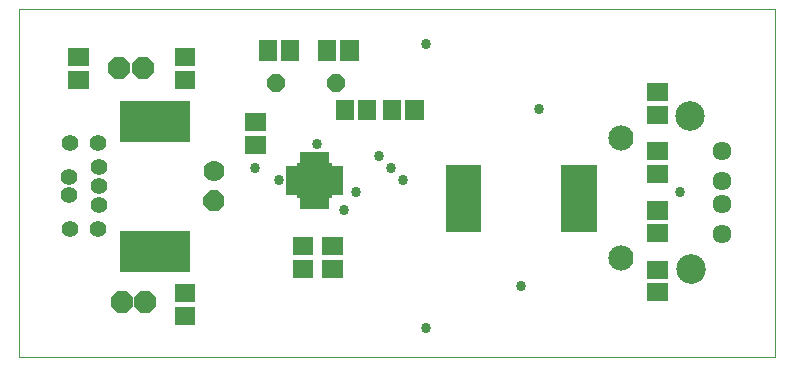
<source format=gbs>
G75*
%MOIN*%
%OFA0B0*%
%FSLAX25Y25*%
%IPPOS*%
%LPD*%
%AMOC8*
5,1,8,0,0,1.08239X$1,22.5*
%
%ADD10C,0.00000*%
%ADD11C,0.00237*%
%ADD12C,0.08400*%
%ADD13C,0.00268*%
%ADD14OC8,0.07400*%
%ADD15OC8,0.06000*%
%ADD16C,0.05556*%
%ADD17C,0.00340*%
%ADD18C,0.00232*%
%ADD19C,0.06343*%
%ADD20C,0.09855*%
%ADD21OC8,0.07000*%
%ADD22C,0.07000*%
%ADD23C,0.00236*%
%ADD24C,0.03384*%
D10*
X0001500Y0059133D02*
X0001500Y0175274D01*
X0253469Y0175274D01*
X0253469Y0059133D01*
X0001500Y0059133D01*
X0220988Y0088503D02*
X0220990Y0088637D01*
X0220996Y0088771D01*
X0221006Y0088905D01*
X0221020Y0089039D01*
X0221038Y0089172D01*
X0221059Y0089304D01*
X0221085Y0089436D01*
X0221115Y0089567D01*
X0221148Y0089697D01*
X0221185Y0089825D01*
X0221227Y0089953D01*
X0221271Y0090080D01*
X0221320Y0090205D01*
X0221372Y0090328D01*
X0221428Y0090450D01*
X0221488Y0090571D01*
X0221551Y0090689D01*
X0221617Y0090806D01*
X0221687Y0090920D01*
X0221760Y0091033D01*
X0221837Y0091143D01*
X0221917Y0091251D01*
X0222000Y0091356D01*
X0222086Y0091459D01*
X0222175Y0091559D01*
X0222267Y0091657D01*
X0222362Y0091752D01*
X0222460Y0091844D01*
X0222560Y0091933D01*
X0222663Y0092019D01*
X0222768Y0092102D01*
X0222876Y0092182D01*
X0222986Y0092259D01*
X0223099Y0092332D01*
X0223213Y0092402D01*
X0223330Y0092468D01*
X0223448Y0092531D01*
X0223569Y0092591D01*
X0223691Y0092647D01*
X0223814Y0092699D01*
X0223939Y0092748D01*
X0224066Y0092792D01*
X0224194Y0092834D01*
X0224322Y0092871D01*
X0224452Y0092904D01*
X0224583Y0092934D01*
X0224715Y0092960D01*
X0224847Y0092981D01*
X0224980Y0092999D01*
X0225114Y0093013D01*
X0225248Y0093023D01*
X0225382Y0093029D01*
X0225516Y0093031D01*
X0225650Y0093029D01*
X0225784Y0093023D01*
X0225918Y0093013D01*
X0226052Y0092999D01*
X0226185Y0092981D01*
X0226317Y0092960D01*
X0226449Y0092934D01*
X0226580Y0092904D01*
X0226710Y0092871D01*
X0226838Y0092834D01*
X0226966Y0092792D01*
X0227093Y0092748D01*
X0227218Y0092699D01*
X0227341Y0092647D01*
X0227463Y0092591D01*
X0227584Y0092531D01*
X0227702Y0092468D01*
X0227819Y0092402D01*
X0227933Y0092332D01*
X0228046Y0092259D01*
X0228156Y0092182D01*
X0228264Y0092102D01*
X0228369Y0092019D01*
X0228472Y0091933D01*
X0228572Y0091844D01*
X0228670Y0091752D01*
X0228765Y0091657D01*
X0228857Y0091559D01*
X0228946Y0091459D01*
X0229032Y0091356D01*
X0229115Y0091251D01*
X0229195Y0091143D01*
X0229272Y0091033D01*
X0229345Y0090920D01*
X0229415Y0090806D01*
X0229481Y0090689D01*
X0229544Y0090571D01*
X0229604Y0090450D01*
X0229660Y0090328D01*
X0229712Y0090205D01*
X0229761Y0090080D01*
X0229805Y0089953D01*
X0229847Y0089825D01*
X0229884Y0089697D01*
X0229917Y0089567D01*
X0229947Y0089436D01*
X0229973Y0089304D01*
X0229994Y0089172D01*
X0230012Y0089039D01*
X0230026Y0088905D01*
X0230036Y0088771D01*
X0230042Y0088637D01*
X0230044Y0088503D01*
X0230042Y0088369D01*
X0230036Y0088235D01*
X0230026Y0088101D01*
X0230012Y0087967D01*
X0229994Y0087834D01*
X0229973Y0087702D01*
X0229947Y0087570D01*
X0229917Y0087439D01*
X0229884Y0087309D01*
X0229847Y0087181D01*
X0229805Y0087053D01*
X0229761Y0086926D01*
X0229712Y0086801D01*
X0229660Y0086678D01*
X0229604Y0086556D01*
X0229544Y0086435D01*
X0229481Y0086317D01*
X0229415Y0086200D01*
X0229345Y0086086D01*
X0229272Y0085973D01*
X0229195Y0085863D01*
X0229115Y0085755D01*
X0229032Y0085650D01*
X0228946Y0085547D01*
X0228857Y0085447D01*
X0228765Y0085349D01*
X0228670Y0085254D01*
X0228572Y0085162D01*
X0228472Y0085073D01*
X0228369Y0084987D01*
X0228264Y0084904D01*
X0228156Y0084824D01*
X0228046Y0084747D01*
X0227933Y0084674D01*
X0227819Y0084604D01*
X0227702Y0084538D01*
X0227584Y0084475D01*
X0227463Y0084415D01*
X0227341Y0084359D01*
X0227218Y0084307D01*
X0227093Y0084258D01*
X0226966Y0084214D01*
X0226838Y0084172D01*
X0226710Y0084135D01*
X0226580Y0084102D01*
X0226449Y0084072D01*
X0226317Y0084046D01*
X0226185Y0084025D01*
X0226052Y0084007D01*
X0225918Y0083993D01*
X0225784Y0083983D01*
X0225650Y0083977D01*
X0225516Y0083975D01*
X0225382Y0083977D01*
X0225248Y0083983D01*
X0225114Y0083993D01*
X0224980Y0084007D01*
X0224847Y0084025D01*
X0224715Y0084046D01*
X0224583Y0084072D01*
X0224452Y0084102D01*
X0224322Y0084135D01*
X0224194Y0084172D01*
X0224066Y0084214D01*
X0223939Y0084258D01*
X0223814Y0084307D01*
X0223691Y0084359D01*
X0223569Y0084415D01*
X0223448Y0084475D01*
X0223330Y0084538D01*
X0223213Y0084604D01*
X0223099Y0084674D01*
X0222986Y0084747D01*
X0222876Y0084824D01*
X0222768Y0084904D01*
X0222663Y0084987D01*
X0222560Y0085073D01*
X0222460Y0085162D01*
X0222362Y0085254D01*
X0222267Y0085349D01*
X0222175Y0085447D01*
X0222086Y0085547D01*
X0222000Y0085650D01*
X0221917Y0085755D01*
X0221837Y0085863D01*
X0221760Y0085973D01*
X0221687Y0086086D01*
X0221617Y0086200D01*
X0221551Y0086317D01*
X0221488Y0086435D01*
X0221428Y0086556D01*
X0221372Y0086678D01*
X0221320Y0086801D01*
X0221271Y0086926D01*
X0221227Y0087053D01*
X0221185Y0087181D01*
X0221148Y0087309D01*
X0221115Y0087439D01*
X0221085Y0087570D01*
X0221059Y0087702D01*
X0221038Y0087834D01*
X0221020Y0087967D01*
X0221006Y0088101D01*
X0220996Y0088235D01*
X0220990Y0088369D01*
X0220988Y0088503D01*
X0220594Y0139684D02*
X0220596Y0139818D01*
X0220602Y0139952D01*
X0220612Y0140086D01*
X0220626Y0140220D01*
X0220644Y0140353D01*
X0220665Y0140485D01*
X0220691Y0140617D01*
X0220721Y0140748D01*
X0220754Y0140878D01*
X0220791Y0141006D01*
X0220833Y0141134D01*
X0220877Y0141261D01*
X0220926Y0141386D01*
X0220978Y0141509D01*
X0221034Y0141631D01*
X0221094Y0141752D01*
X0221157Y0141870D01*
X0221223Y0141987D01*
X0221293Y0142101D01*
X0221366Y0142214D01*
X0221443Y0142324D01*
X0221523Y0142432D01*
X0221606Y0142537D01*
X0221692Y0142640D01*
X0221781Y0142740D01*
X0221873Y0142838D01*
X0221968Y0142933D01*
X0222066Y0143025D01*
X0222166Y0143114D01*
X0222269Y0143200D01*
X0222374Y0143283D01*
X0222482Y0143363D01*
X0222592Y0143440D01*
X0222705Y0143513D01*
X0222819Y0143583D01*
X0222936Y0143649D01*
X0223054Y0143712D01*
X0223175Y0143772D01*
X0223297Y0143828D01*
X0223420Y0143880D01*
X0223545Y0143929D01*
X0223672Y0143973D01*
X0223800Y0144015D01*
X0223928Y0144052D01*
X0224058Y0144085D01*
X0224189Y0144115D01*
X0224321Y0144141D01*
X0224453Y0144162D01*
X0224586Y0144180D01*
X0224720Y0144194D01*
X0224854Y0144204D01*
X0224988Y0144210D01*
X0225122Y0144212D01*
X0225256Y0144210D01*
X0225390Y0144204D01*
X0225524Y0144194D01*
X0225658Y0144180D01*
X0225791Y0144162D01*
X0225923Y0144141D01*
X0226055Y0144115D01*
X0226186Y0144085D01*
X0226316Y0144052D01*
X0226444Y0144015D01*
X0226572Y0143973D01*
X0226699Y0143929D01*
X0226824Y0143880D01*
X0226947Y0143828D01*
X0227069Y0143772D01*
X0227190Y0143712D01*
X0227308Y0143649D01*
X0227425Y0143583D01*
X0227539Y0143513D01*
X0227652Y0143440D01*
X0227762Y0143363D01*
X0227870Y0143283D01*
X0227975Y0143200D01*
X0228078Y0143114D01*
X0228178Y0143025D01*
X0228276Y0142933D01*
X0228371Y0142838D01*
X0228463Y0142740D01*
X0228552Y0142640D01*
X0228638Y0142537D01*
X0228721Y0142432D01*
X0228801Y0142324D01*
X0228878Y0142214D01*
X0228951Y0142101D01*
X0229021Y0141987D01*
X0229087Y0141870D01*
X0229150Y0141752D01*
X0229210Y0141631D01*
X0229266Y0141509D01*
X0229318Y0141386D01*
X0229367Y0141261D01*
X0229411Y0141134D01*
X0229453Y0141006D01*
X0229490Y0140878D01*
X0229523Y0140748D01*
X0229553Y0140617D01*
X0229579Y0140485D01*
X0229600Y0140353D01*
X0229618Y0140220D01*
X0229632Y0140086D01*
X0229642Y0139952D01*
X0229648Y0139818D01*
X0229650Y0139684D01*
X0229648Y0139550D01*
X0229642Y0139416D01*
X0229632Y0139282D01*
X0229618Y0139148D01*
X0229600Y0139015D01*
X0229579Y0138883D01*
X0229553Y0138751D01*
X0229523Y0138620D01*
X0229490Y0138490D01*
X0229453Y0138362D01*
X0229411Y0138234D01*
X0229367Y0138107D01*
X0229318Y0137982D01*
X0229266Y0137859D01*
X0229210Y0137737D01*
X0229150Y0137616D01*
X0229087Y0137498D01*
X0229021Y0137381D01*
X0228951Y0137267D01*
X0228878Y0137154D01*
X0228801Y0137044D01*
X0228721Y0136936D01*
X0228638Y0136831D01*
X0228552Y0136728D01*
X0228463Y0136628D01*
X0228371Y0136530D01*
X0228276Y0136435D01*
X0228178Y0136343D01*
X0228078Y0136254D01*
X0227975Y0136168D01*
X0227870Y0136085D01*
X0227762Y0136005D01*
X0227652Y0135928D01*
X0227539Y0135855D01*
X0227425Y0135785D01*
X0227308Y0135719D01*
X0227190Y0135656D01*
X0227069Y0135596D01*
X0226947Y0135540D01*
X0226824Y0135488D01*
X0226699Y0135439D01*
X0226572Y0135395D01*
X0226444Y0135353D01*
X0226316Y0135316D01*
X0226186Y0135283D01*
X0226055Y0135253D01*
X0225923Y0135227D01*
X0225791Y0135206D01*
X0225658Y0135188D01*
X0225524Y0135174D01*
X0225390Y0135164D01*
X0225256Y0135158D01*
X0225122Y0135156D01*
X0224988Y0135158D01*
X0224854Y0135164D01*
X0224720Y0135174D01*
X0224586Y0135188D01*
X0224453Y0135206D01*
X0224321Y0135227D01*
X0224189Y0135253D01*
X0224058Y0135283D01*
X0223928Y0135316D01*
X0223800Y0135353D01*
X0223672Y0135395D01*
X0223545Y0135439D01*
X0223420Y0135488D01*
X0223297Y0135540D01*
X0223175Y0135596D01*
X0223054Y0135656D01*
X0222936Y0135719D01*
X0222819Y0135785D01*
X0222705Y0135855D01*
X0222592Y0135928D01*
X0222482Y0136005D01*
X0222374Y0136085D01*
X0222269Y0136168D01*
X0222166Y0136254D01*
X0222066Y0136343D01*
X0221968Y0136435D01*
X0221873Y0136530D01*
X0221781Y0136628D01*
X0221692Y0136728D01*
X0221606Y0136831D01*
X0221523Y0136936D01*
X0221443Y0137044D01*
X0221366Y0137154D01*
X0221293Y0137267D01*
X0221223Y0137381D01*
X0221157Y0137498D01*
X0221094Y0137616D01*
X0221034Y0137737D01*
X0220978Y0137859D01*
X0220926Y0137982D01*
X0220877Y0138107D01*
X0220833Y0138234D01*
X0220791Y0138362D01*
X0220754Y0138490D01*
X0220721Y0138620D01*
X0220691Y0138751D01*
X0220665Y0138883D01*
X0220644Y0139015D01*
X0220626Y0139148D01*
X0220612Y0139282D01*
X0220602Y0139416D01*
X0220596Y0139550D01*
X0220594Y0139684D01*
D11*
X0210903Y0137276D02*
X0210903Y0142958D01*
X0217373Y0142958D01*
X0217373Y0137276D01*
X0210903Y0137276D01*
X0210903Y0137512D02*
X0217373Y0137512D01*
X0217373Y0137748D02*
X0210903Y0137748D01*
X0210903Y0137984D02*
X0217373Y0137984D01*
X0217373Y0138220D02*
X0210903Y0138220D01*
X0210903Y0138456D02*
X0217373Y0138456D01*
X0217373Y0138692D02*
X0210903Y0138692D01*
X0210903Y0138928D02*
X0217373Y0138928D01*
X0217373Y0139164D02*
X0210903Y0139164D01*
X0210903Y0139400D02*
X0217373Y0139400D01*
X0217373Y0139636D02*
X0210903Y0139636D01*
X0210903Y0139872D02*
X0217373Y0139872D01*
X0217373Y0140108D02*
X0210903Y0140108D01*
X0210903Y0140344D02*
X0217373Y0140344D01*
X0217373Y0140580D02*
X0210903Y0140580D01*
X0210903Y0140816D02*
X0217373Y0140816D01*
X0217373Y0141052D02*
X0210903Y0141052D01*
X0210903Y0141288D02*
X0217373Y0141288D01*
X0217373Y0141524D02*
X0210903Y0141524D01*
X0210903Y0141760D02*
X0217373Y0141760D01*
X0217373Y0141996D02*
X0210903Y0141996D01*
X0210903Y0142232D02*
X0217373Y0142232D01*
X0217373Y0142468D02*
X0210903Y0142468D01*
X0210903Y0142704D02*
X0217373Y0142704D01*
X0217373Y0142940D02*
X0210903Y0142940D01*
X0210903Y0144756D02*
X0210903Y0150438D01*
X0217373Y0150438D01*
X0217373Y0144756D01*
X0210903Y0144756D01*
X0210903Y0144992D02*
X0217373Y0144992D01*
X0217373Y0145228D02*
X0210903Y0145228D01*
X0210903Y0145464D02*
X0217373Y0145464D01*
X0217373Y0145700D02*
X0210903Y0145700D01*
X0210903Y0145936D02*
X0217373Y0145936D01*
X0217373Y0146172D02*
X0210903Y0146172D01*
X0210903Y0146408D02*
X0217373Y0146408D01*
X0217373Y0146644D02*
X0210903Y0146644D01*
X0210903Y0146880D02*
X0217373Y0146880D01*
X0217373Y0147116D02*
X0210903Y0147116D01*
X0210903Y0147352D02*
X0217373Y0147352D01*
X0217373Y0147588D02*
X0210903Y0147588D01*
X0210903Y0147824D02*
X0217373Y0147824D01*
X0217373Y0148060D02*
X0210903Y0148060D01*
X0210903Y0148296D02*
X0217373Y0148296D01*
X0217373Y0148532D02*
X0210903Y0148532D01*
X0210903Y0148768D02*
X0217373Y0148768D01*
X0217373Y0149004D02*
X0210903Y0149004D01*
X0210903Y0149240D02*
X0217373Y0149240D01*
X0217373Y0149476D02*
X0210903Y0149476D01*
X0210903Y0149712D02*
X0217373Y0149712D01*
X0217373Y0149948D02*
X0210903Y0149948D01*
X0210903Y0150184D02*
X0217373Y0150184D01*
X0217373Y0150420D02*
X0210903Y0150420D01*
X0210903Y0130753D02*
X0210903Y0125071D01*
X0210903Y0130753D02*
X0217373Y0130753D01*
X0217373Y0125071D01*
X0210903Y0125071D01*
X0210903Y0125307D02*
X0217373Y0125307D01*
X0217373Y0125543D02*
X0210903Y0125543D01*
X0210903Y0125779D02*
X0217373Y0125779D01*
X0217373Y0126015D02*
X0210903Y0126015D01*
X0210903Y0126251D02*
X0217373Y0126251D01*
X0217373Y0126487D02*
X0210903Y0126487D01*
X0210903Y0126723D02*
X0217373Y0126723D01*
X0217373Y0126959D02*
X0210903Y0126959D01*
X0210903Y0127195D02*
X0217373Y0127195D01*
X0217373Y0127431D02*
X0210903Y0127431D01*
X0210903Y0127667D02*
X0217373Y0127667D01*
X0217373Y0127903D02*
X0210903Y0127903D01*
X0210903Y0128139D02*
X0217373Y0128139D01*
X0217373Y0128375D02*
X0210903Y0128375D01*
X0210903Y0128611D02*
X0217373Y0128611D01*
X0217373Y0128847D02*
X0210903Y0128847D01*
X0210903Y0129083D02*
X0217373Y0129083D01*
X0217373Y0129319D02*
X0210903Y0129319D01*
X0210903Y0129555D02*
X0217373Y0129555D01*
X0217373Y0129791D02*
X0210903Y0129791D01*
X0210903Y0130027D02*
X0217373Y0130027D01*
X0217373Y0130263D02*
X0210903Y0130263D01*
X0210903Y0130499D02*
X0217373Y0130499D01*
X0217373Y0130735D02*
X0210903Y0130735D01*
X0210903Y0123273D02*
X0210903Y0117591D01*
X0210903Y0123273D02*
X0217373Y0123273D01*
X0217373Y0117591D01*
X0210903Y0117591D01*
X0210903Y0117827D02*
X0217373Y0117827D01*
X0217373Y0118063D02*
X0210903Y0118063D01*
X0210903Y0118299D02*
X0217373Y0118299D01*
X0217373Y0118535D02*
X0210903Y0118535D01*
X0210903Y0118771D02*
X0217373Y0118771D01*
X0217373Y0119007D02*
X0210903Y0119007D01*
X0210903Y0119243D02*
X0217373Y0119243D01*
X0217373Y0119479D02*
X0210903Y0119479D01*
X0210903Y0119715D02*
X0217373Y0119715D01*
X0217373Y0119951D02*
X0210903Y0119951D01*
X0210903Y0120187D02*
X0217373Y0120187D01*
X0217373Y0120423D02*
X0210903Y0120423D01*
X0210903Y0120659D02*
X0217373Y0120659D01*
X0217373Y0120895D02*
X0210903Y0120895D01*
X0210903Y0121131D02*
X0217373Y0121131D01*
X0217373Y0121367D02*
X0210903Y0121367D01*
X0210903Y0121603D02*
X0217373Y0121603D01*
X0217373Y0121839D02*
X0210903Y0121839D01*
X0210903Y0122075D02*
X0217373Y0122075D01*
X0217373Y0122311D02*
X0210903Y0122311D01*
X0210903Y0122547D02*
X0217373Y0122547D01*
X0217373Y0122783D02*
X0210903Y0122783D01*
X0210903Y0123019D02*
X0217373Y0123019D01*
X0217373Y0123255D02*
X0210903Y0123255D01*
X0217373Y0111068D02*
X0217373Y0105386D01*
X0210903Y0105386D01*
X0210903Y0111068D01*
X0217373Y0111068D01*
X0217373Y0105622D02*
X0210903Y0105622D01*
X0210903Y0105858D02*
X0217373Y0105858D01*
X0217373Y0106094D02*
X0210903Y0106094D01*
X0210903Y0106330D02*
X0217373Y0106330D01*
X0217373Y0106566D02*
X0210903Y0106566D01*
X0210903Y0106802D02*
X0217373Y0106802D01*
X0217373Y0107038D02*
X0210903Y0107038D01*
X0210903Y0107274D02*
X0217373Y0107274D01*
X0217373Y0107510D02*
X0210903Y0107510D01*
X0210903Y0107746D02*
X0217373Y0107746D01*
X0217373Y0107982D02*
X0210903Y0107982D01*
X0210903Y0108218D02*
X0217373Y0108218D01*
X0217373Y0108454D02*
X0210903Y0108454D01*
X0210903Y0108690D02*
X0217373Y0108690D01*
X0217373Y0108926D02*
X0210903Y0108926D01*
X0210903Y0109162D02*
X0217373Y0109162D01*
X0217373Y0109398D02*
X0210903Y0109398D01*
X0210903Y0109634D02*
X0217373Y0109634D01*
X0217373Y0109870D02*
X0210903Y0109870D01*
X0210903Y0110106D02*
X0217373Y0110106D01*
X0217373Y0110342D02*
X0210903Y0110342D01*
X0210903Y0110578D02*
X0217373Y0110578D01*
X0217373Y0110814D02*
X0210903Y0110814D01*
X0210903Y0111050D02*
X0217373Y0111050D01*
X0217373Y0103588D02*
X0217373Y0097906D01*
X0210903Y0097906D01*
X0210903Y0103588D01*
X0217373Y0103588D01*
X0217373Y0098142D02*
X0210903Y0098142D01*
X0210903Y0098378D02*
X0217373Y0098378D01*
X0217373Y0098614D02*
X0210903Y0098614D01*
X0210903Y0098850D02*
X0217373Y0098850D01*
X0217373Y0099086D02*
X0210903Y0099086D01*
X0210903Y0099322D02*
X0217373Y0099322D01*
X0217373Y0099558D02*
X0210903Y0099558D01*
X0210903Y0099794D02*
X0217373Y0099794D01*
X0217373Y0100030D02*
X0210903Y0100030D01*
X0210903Y0100266D02*
X0217373Y0100266D01*
X0217373Y0100502D02*
X0210903Y0100502D01*
X0210903Y0100738D02*
X0217373Y0100738D01*
X0217373Y0100974D02*
X0210903Y0100974D01*
X0210903Y0101210D02*
X0217373Y0101210D01*
X0217373Y0101446D02*
X0210903Y0101446D01*
X0210903Y0101682D02*
X0217373Y0101682D01*
X0217373Y0101918D02*
X0210903Y0101918D01*
X0210903Y0102154D02*
X0217373Y0102154D01*
X0217373Y0102390D02*
X0210903Y0102390D01*
X0210903Y0102626D02*
X0217373Y0102626D01*
X0217373Y0102862D02*
X0210903Y0102862D01*
X0210903Y0103098D02*
X0217373Y0103098D01*
X0217373Y0103334D02*
X0210903Y0103334D01*
X0210903Y0103570D02*
X0217373Y0103570D01*
X0217373Y0091383D02*
X0217373Y0085701D01*
X0210903Y0085701D01*
X0210903Y0091383D01*
X0217373Y0091383D01*
X0217373Y0085937D02*
X0210903Y0085937D01*
X0210903Y0086173D02*
X0217373Y0086173D01*
X0217373Y0086409D02*
X0210903Y0086409D01*
X0210903Y0086645D02*
X0217373Y0086645D01*
X0217373Y0086881D02*
X0210903Y0086881D01*
X0210903Y0087117D02*
X0217373Y0087117D01*
X0217373Y0087353D02*
X0210903Y0087353D01*
X0210903Y0087589D02*
X0217373Y0087589D01*
X0217373Y0087825D02*
X0210903Y0087825D01*
X0210903Y0088061D02*
X0217373Y0088061D01*
X0217373Y0088297D02*
X0210903Y0088297D01*
X0210903Y0088533D02*
X0217373Y0088533D01*
X0217373Y0088769D02*
X0210903Y0088769D01*
X0210903Y0089005D02*
X0217373Y0089005D01*
X0217373Y0089241D02*
X0210903Y0089241D01*
X0210903Y0089477D02*
X0217373Y0089477D01*
X0217373Y0089713D02*
X0210903Y0089713D01*
X0210903Y0089949D02*
X0217373Y0089949D01*
X0217373Y0090185D02*
X0210903Y0090185D01*
X0210903Y0090421D02*
X0217373Y0090421D01*
X0217373Y0090657D02*
X0210903Y0090657D01*
X0210903Y0090893D02*
X0217373Y0090893D01*
X0217373Y0091129D02*
X0210903Y0091129D01*
X0210903Y0091365D02*
X0217373Y0091365D01*
X0217373Y0083903D02*
X0217373Y0078221D01*
X0210903Y0078221D01*
X0210903Y0083903D01*
X0217373Y0083903D01*
X0217373Y0078457D02*
X0210903Y0078457D01*
X0210903Y0078693D02*
X0217373Y0078693D01*
X0217373Y0078929D02*
X0210903Y0078929D01*
X0210903Y0079165D02*
X0217373Y0079165D01*
X0217373Y0079401D02*
X0210903Y0079401D01*
X0210903Y0079637D02*
X0217373Y0079637D01*
X0217373Y0079873D02*
X0210903Y0079873D01*
X0210903Y0080109D02*
X0217373Y0080109D01*
X0217373Y0080345D02*
X0210903Y0080345D01*
X0210903Y0080581D02*
X0217373Y0080581D01*
X0217373Y0080817D02*
X0210903Y0080817D01*
X0210903Y0081053D02*
X0217373Y0081053D01*
X0217373Y0081289D02*
X0210903Y0081289D01*
X0210903Y0081525D02*
X0217373Y0081525D01*
X0217373Y0081761D02*
X0210903Y0081761D01*
X0210903Y0081997D02*
X0217373Y0081997D01*
X0217373Y0082233D02*
X0210903Y0082233D01*
X0210903Y0082469D02*
X0217373Y0082469D01*
X0217373Y0082705D02*
X0210903Y0082705D01*
X0210903Y0082941D02*
X0217373Y0082941D01*
X0217373Y0083177D02*
X0210903Y0083177D01*
X0210903Y0083413D02*
X0217373Y0083413D01*
X0217373Y0083649D02*
X0210903Y0083649D01*
X0210903Y0083885D02*
X0217373Y0083885D01*
X0136034Y0138575D02*
X0130352Y0138575D01*
X0130352Y0145045D01*
X0136034Y0145045D01*
X0136034Y0138575D01*
X0136034Y0138811D02*
X0130352Y0138811D01*
X0130352Y0139047D02*
X0136034Y0139047D01*
X0136034Y0139283D02*
X0130352Y0139283D01*
X0130352Y0139519D02*
X0136034Y0139519D01*
X0136034Y0139755D02*
X0130352Y0139755D01*
X0130352Y0139991D02*
X0136034Y0139991D01*
X0136034Y0140227D02*
X0130352Y0140227D01*
X0130352Y0140463D02*
X0136034Y0140463D01*
X0136034Y0140699D02*
X0130352Y0140699D01*
X0130352Y0140935D02*
X0136034Y0140935D01*
X0136034Y0141171D02*
X0130352Y0141171D01*
X0130352Y0141407D02*
X0136034Y0141407D01*
X0136034Y0141643D02*
X0130352Y0141643D01*
X0130352Y0141879D02*
X0136034Y0141879D01*
X0136034Y0142115D02*
X0130352Y0142115D01*
X0130352Y0142351D02*
X0136034Y0142351D01*
X0136034Y0142587D02*
X0130352Y0142587D01*
X0130352Y0142823D02*
X0136034Y0142823D01*
X0136034Y0143059D02*
X0130352Y0143059D01*
X0130352Y0143295D02*
X0136034Y0143295D01*
X0136034Y0143531D02*
X0130352Y0143531D01*
X0130352Y0143767D02*
X0136034Y0143767D01*
X0136034Y0144003D02*
X0130352Y0144003D01*
X0130352Y0144239D02*
X0136034Y0144239D01*
X0136034Y0144475D02*
X0130352Y0144475D01*
X0130352Y0144711D02*
X0136034Y0144711D01*
X0136034Y0144947D02*
X0130352Y0144947D01*
X0128554Y0138575D02*
X0122872Y0138575D01*
X0122872Y0145045D01*
X0128554Y0145045D01*
X0128554Y0138575D01*
X0128554Y0138811D02*
X0122872Y0138811D01*
X0122872Y0139047D02*
X0128554Y0139047D01*
X0128554Y0139283D02*
X0122872Y0139283D01*
X0122872Y0139519D02*
X0128554Y0139519D01*
X0128554Y0139755D02*
X0122872Y0139755D01*
X0122872Y0139991D02*
X0128554Y0139991D01*
X0128554Y0140227D02*
X0122872Y0140227D01*
X0122872Y0140463D02*
X0128554Y0140463D01*
X0128554Y0140699D02*
X0122872Y0140699D01*
X0122872Y0140935D02*
X0128554Y0140935D01*
X0128554Y0141171D02*
X0122872Y0141171D01*
X0122872Y0141407D02*
X0128554Y0141407D01*
X0128554Y0141643D02*
X0122872Y0141643D01*
X0122872Y0141879D02*
X0128554Y0141879D01*
X0128554Y0142115D02*
X0122872Y0142115D01*
X0122872Y0142351D02*
X0128554Y0142351D01*
X0128554Y0142587D02*
X0122872Y0142587D01*
X0122872Y0142823D02*
X0128554Y0142823D01*
X0128554Y0143059D02*
X0122872Y0143059D01*
X0122872Y0143295D02*
X0128554Y0143295D01*
X0128554Y0143531D02*
X0122872Y0143531D01*
X0122872Y0143767D02*
X0128554Y0143767D01*
X0128554Y0144003D02*
X0122872Y0144003D01*
X0122872Y0144239D02*
X0128554Y0144239D01*
X0128554Y0144475D02*
X0122872Y0144475D01*
X0122872Y0144711D02*
X0128554Y0144711D01*
X0128554Y0144947D02*
X0122872Y0144947D01*
X0120286Y0138575D02*
X0114604Y0138575D01*
X0114604Y0145045D01*
X0120286Y0145045D01*
X0120286Y0138575D01*
X0120286Y0138811D02*
X0114604Y0138811D01*
X0114604Y0139047D02*
X0120286Y0139047D01*
X0120286Y0139283D02*
X0114604Y0139283D01*
X0114604Y0139519D02*
X0120286Y0139519D01*
X0120286Y0139755D02*
X0114604Y0139755D01*
X0114604Y0139991D02*
X0120286Y0139991D01*
X0120286Y0140227D02*
X0114604Y0140227D01*
X0114604Y0140463D02*
X0120286Y0140463D01*
X0120286Y0140699D02*
X0114604Y0140699D01*
X0114604Y0140935D02*
X0120286Y0140935D01*
X0120286Y0141171D02*
X0114604Y0141171D01*
X0114604Y0141407D02*
X0120286Y0141407D01*
X0120286Y0141643D02*
X0114604Y0141643D01*
X0114604Y0141879D02*
X0120286Y0141879D01*
X0120286Y0142115D02*
X0114604Y0142115D01*
X0114604Y0142351D02*
X0120286Y0142351D01*
X0120286Y0142587D02*
X0114604Y0142587D01*
X0114604Y0142823D02*
X0120286Y0142823D01*
X0120286Y0143059D02*
X0114604Y0143059D01*
X0114604Y0143295D02*
X0120286Y0143295D01*
X0120286Y0143531D02*
X0114604Y0143531D01*
X0114604Y0143767D02*
X0120286Y0143767D01*
X0120286Y0144003D02*
X0114604Y0144003D01*
X0114604Y0144239D02*
X0120286Y0144239D01*
X0120286Y0144475D02*
X0114604Y0144475D01*
X0114604Y0144711D02*
X0120286Y0144711D01*
X0120286Y0144947D02*
X0114604Y0144947D01*
X0112806Y0138575D02*
X0107124Y0138575D01*
X0107124Y0145045D01*
X0112806Y0145045D01*
X0112806Y0138575D01*
X0112806Y0138811D02*
X0107124Y0138811D01*
X0107124Y0139047D02*
X0112806Y0139047D01*
X0112806Y0139283D02*
X0107124Y0139283D01*
X0107124Y0139519D02*
X0112806Y0139519D01*
X0112806Y0139755D02*
X0107124Y0139755D01*
X0107124Y0139991D02*
X0112806Y0139991D01*
X0112806Y0140227D02*
X0107124Y0140227D01*
X0107124Y0140463D02*
X0112806Y0140463D01*
X0112806Y0140699D02*
X0107124Y0140699D01*
X0107124Y0140935D02*
X0112806Y0140935D01*
X0112806Y0141171D02*
X0107124Y0141171D01*
X0107124Y0141407D02*
X0112806Y0141407D01*
X0112806Y0141643D02*
X0107124Y0141643D01*
X0107124Y0141879D02*
X0112806Y0141879D01*
X0112806Y0142115D02*
X0107124Y0142115D01*
X0107124Y0142351D02*
X0112806Y0142351D01*
X0112806Y0142587D02*
X0107124Y0142587D01*
X0107124Y0142823D02*
X0112806Y0142823D01*
X0112806Y0143059D02*
X0107124Y0143059D01*
X0107124Y0143295D02*
X0112806Y0143295D01*
X0112806Y0143531D02*
X0107124Y0143531D01*
X0107124Y0143767D02*
X0112806Y0143767D01*
X0112806Y0144003D02*
X0107124Y0144003D01*
X0107124Y0144239D02*
X0112806Y0144239D01*
X0112806Y0144475D02*
X0107124Y0144475D01*
X0107124Y0144711D02*
X0112806Y0144711D01*
X0112806Y0144947D02*
X0107124Y0144947D01*
X0106900Y0158260D02*
X0101218Y0158260D01*
X0101218Y0164730D01*
X0106900Y0164730D01*
X0106900Y0158260D01*
X0106900Y0158496D02*
X0101218Y0158496D01*
X0101218Y0158732D02*
X0106900Y0158732D01*
X0106900Y0158968D02*
X0101218Y0158968D01*
X0101218Y0159204D02*
X0106900Y0159204D01*
X0106900Y0159440D02*
X0101218Y0159440D01*
X0101218Y0159676D02*
X0106900Y0159676D01*
X0106900Y0159912D02*
X0101218Y0159912D01*
X0101218Y0160148D02*
X0106900Y0160148D01*
X0106900Y0160384D02*
X0101218Y0160384D01*
X0101218Y0160620D02*
X0106900Y0160620D01*
X0106900Y0160856D02*
X0101218Y0160856D01*
X0101218Y0161092D02*
X0106900Y0161092D01*
X0106900Y0161328D02*
X0101218Y0161328D01*
X0101218Y0161564D02*
X0106900Y0161564D01*
X0106900Y0161800D02*
X0101218Y0161800D01*
X0101218Y0162036D02*
X0106900Y0162036D01*
X0106900Y0162272D02*
X0101218Y0162272D01*
X0101218Y0162508D02*
X0106900Y0162508D01*
X0106900Y0162744D02*
X0101218Y0162744D01*
X0101218Y0162980D02*
X0106900Y0162980D01*
X0106900Y0163216D02*
X0101218Y0163216D01*
X0101218Y0163452D02*
X0106900Y0163452D01*
X0106900Y0163688D02*
X0101218Y0163688D01*
X0101218Y0163924D02*
X0106900Y0163924D01*
X0106900Y0164160D02*
X0101218Y0164160D01*
X0101218Y0164396D02*
X0106900Y0164396D01*
X0106900Y0164632D02*
X0101218Y0164632D01*
X0094695Y0158260D02*
X0089013Y0158260D01*
X0089013Y0164730D01*
X0094695Y0164730D01*
X0094695Y0158260D01*
X0094695Y0158496D02*
X0089013Y0158496D01*
X0089013Y0158732D02*
X0094695Y0158732D01*
X0094695Y0158968D02*
X0089013Y0158968D01*
X0089013Y0159204D02*
X0094695Y0159204D01*
X0094695Y0159440D02*
X0089013Y0159440D01*
X0089013Y0159676D02*
X0094695Y0159676D01*
X0094695Y0159912D02*
X0089013Y0159912D01*
X0089013Y0160148D02*
X0094695Y0160148D01*
X0094695Y0160384D02*
X0089013Y0160384D01*
X0089013Y0160620D02*
X0094695Y0160620D01*
X0094695Y0160856D02*
X0089013Y0160856D01*
X0089013Y0161092D02*
X0094695Y0161092D01*
X0094695Y0161328D02*
X0089013Y0161328D01*
X0089013Y0161564D02*
X0094695Y0161564D01*
X0094695Y0161800D02*
X0089013Y0161800D01*
X0089013Y0162036D02*
X0094695Y0162036D01*
X0094695Y0162272D02*
X0089013Y0162272D01*
X0089013Y0162508D02*
X0094695Y0162508D01*
X0094695Y0162744D02*
X0089013Y0162744D01*
X0089013Y0162980D02*
X0094695Y0162980D01*
X0094695Y0163216D02*
X0089013Y0163216D01*
X0089013Y0163452D02*
X0094695Y0163452D01*
X0094695Y0163688D02*
X0089013Y0163688D01*
X0089013Y0163924D02*
X0094695Y0163924D01*
X0094695Y0164160D02*
X0089013Y0164160D01*
X0089013Y0164396D02*
X0094695Y0164396D01*
X0094695Y0164632D02*
X0089013Y0164632D01*
X0087215Y0158260D02*
X0081533Y0158260D01*
X0081533Y0164730D01*
X0087215Y0164730D01*
X0087215Y0158260D01*
X0087215Y0158496D02*
X0081533Y0158496D01*
X0081533Y0158732D02*
X0087215Y0158732D01*
X0087215Y0158968D02*
X0081533Y0158968D01*
X0081533Y0159204D02*
X0087215Y0159204D01*
X0087215Y0159440D02*
X0081533Y0159440D01*
X0081533Y0159676D02*
X0087215Y0159676D01*
X0087215Y0159912D02*
X0081533Y0159912D01*
X0081533Y0160148D02*
X0087215Y0160148D01*
X0087215Y0160384D02*
X0081533Y0160384D01*
X0081533Y0160620D02*
X0087215Y0160620D01*
X0087215Y0160856D02*
X0081533Y0160856D01*
X0081533Y0161092D02*
X0087215Y0161092D01*
X0087215Y0161328D02*
X0081533Y0161328D01*
X0081533Y0161564D02*
X0087215Y0161564D01*
X0087215Y0161800D02*
X0081533Y0161800D01*
X0081533Y0162036D02*
X0087215Y0162036D01*
X0087215Y0162272D02*
X0081533Y0162272D01*
X0081533Y0162508D02*
X0087215Y0162508D01*
X0087215Y0162744D02*
X0081533Y0162744D01*
X0081533Y0162980D02*
X0087215Y0162980D01*
X0087215Y0163216D02*
X0081533Y0163216D01*
X0081533Y0163452D02*
X0087215Y0163452D01*
X0087215Y0163688D02*
X0081533Y0163688D01*
X0081533Y0163924D02*
X0087215Y0163924D01*
X0087215Y0164160D02*
X0081533Y0164160D01*
X0081533Y0164396D02*
X0087215Y0164396D01*
X0087215Y0164632D02*
X0081533Y0164632D01*
X0059853Y0162171D02*
X0059853Y0156489D01*
X0053383Y0156489D01*
X0053383Y0162171D01*
X0059853Y0162171D01*
X0059853Y0156725D02*
X0053383Y0156725D01*
X0053383Y0156961D02*
X0059853Y0156961D01*
X0059853Y0157197D02*
X0053383Y0157197D01*
X0053383Y0157433D02*
X0059853Y0157433D01*
X0059853Y0157669D02*
X0053383Y0157669D01*
X0053383Y0157905D02*
X0059853Y0157905D01*
X0059853Y0158141D02*
X0053383Y0158141D01*
X0053383Y0158377D02*
X0059853Y0158377D01*
X0059853Y0158613D02*
X0053383Y0158613D01*
X0053383Y0158849D02*
X0059853Y0158849D01*
X0059853Y0159085D02*
X0053383Y0159085D01*
X0053383Y0159321D02*
X0059853Y0159321D01*
X0059853Y0159557D02*
X0053383Y0159557D01*
X0053383Y0159793D02*
X0059853Y0159793D01*
X0059853Y0160029D02*
X0053383Y0160029D01*
X0053383Y0160265D02*
X0059853Y0160265D01*
X0059853Y0160501D02*
X0053383Y0160501D01*
X0053383Y0160737D02*
X0059853Y0160737D01*
X0059853Y0160973D02*
X0053383Y0160973D01*
X0053383Y0161209D02*
X0059853Y0161209D01*
X0059853Y0161445D02*
X0053383Y0161445D01*
X0053383Y0161681D02*
X0059853Y0161681D01*
X0059853Y0161917D02*
X0053383Y0161917D01*
X0053383Y0162153D02*
X0059853Y0162153D01*
X0059853Y0154690D02*
X0059853Y0149008D01*
X0053383Y0149008D01*
X0053383Y0154690D01*
X0059853Y0154690D01*
X0059853Y0149244D02*
X0053383Y0149244D01*
X0053383Y0149480D02*
X0059853Y0149480D01*
X0059853Y0149716D02*
X0053383Y0149716D01*
X0053383Y0149952D02*
X0059853Y0149952D01*
X0059853Y0150188D02*
X0053383Y0150188D01*
X0053383Y0150424D02*
X0059853Y0150424D01*
X0059853Y0150660D02*
X0053383Y0150660D01*
X0053383Y0150896D02*
X0059853Y0150896D01*
X0059853Y0151132D02*
X0053383Y0151132D01*
X0053383Y0151368D02*
X0059853Y0151368D01*
X0059853Y0151604D02*
X0053383Y0151604D01*
X0053383Y0151840D02*
X0059853Y0151840D01*
X0059853Y0152076D02*
X0053383Y0152076D01*
X0053383Y0152312D02*
X0059853Y0152312D01*
X0059853Y0152548D02*
X0053383Y0152548D01*
X0053383Y0152784D02*
X0059853Y0152784D01*
X0059853Y0153020D02*
X0053383Y0153020D01*
X0053383Y0153256D02*
X0059853Y0153256D01*
X0059853Y0153492D02*
X0053383Y0153492D01*
X0053383Y0153728D02*
X0059853Y0153728D01*
X0059853Y0153964D02*
X0053383Y0153964D01*
X0053383Y0154200D02*
X0059853Y0154200D01*
X0059853Y0154436D02*
X0053383Y0154436D01*
X0053383Y0154672D02*
X0059853Y0154672D01*
X0083475Y0140517D02*
X0083475Y0134835D01*
X0077005Y0134835D01*
X0077005Y0140517D01*
X0083475Y0140517D01*
X0083475Y0135071D02*
X0077005Y0135071D01*
X0077005Y0135307D02*
X0083475Y0135307D01*
X0083475Y0135543D02*
X0077005Y0135543D01*
X0077005Y0135779D02*
X0083475Y0135779D01*
X0083475Y0136015D02*
X0077005Y0136015D01*
X0077005Y0136251D02*
X0083475Y0136251D01*
X0083475Y0136487D02*
X0077005Y0136487D01*
X0077005Y0136723D02*
X0083475Y0136723D01*
X0083475Y0136959D02*
X0077005Y0136959D01*
X0077005Y0137195D02*
X0083475Y0137195D01*
X0083475Y0137431D02*
X0077005Y0137431D01*
X0077005Y0137667D02*
X0083475Y0137667D01*
X0083475Y0137903D02*
X0077005Y0137903D01*
X0077005Y0138139D02*
X0083475Y0138139D01*
X0083475Y0138375D02*
X0077005Y0138375D01*
X0077005Y0138611D02*
X0083475Y0138611D01*
X0083475Y0138847D02*
X0077005Y0138847D01*
X0077005Y0139083D02*
X0083475Y0139083D01*
X0083475Y0139319D02*
X0077005Y0139319D01*
X0077005Y0139555D02*
X0083475Y0139555D01*
X0083475Y0139791D02*
X0077005Y0139791D01*
X0077005Y0140027D02*
X0083475Y0140027D01*
X0083475Y0140263D02*
X0077005Y0140263D01*
X0077005Y0140499D02*
X0083475Y0140499D01*
X0083475Y0133037D02*
X0083475Y0127355D01*
X0077005Y0127355D01*
X0077005Y0133037D01*
X0083475Y0133037D01*
X0083475Y0127591D02*
X0077005Y0127591D01*
X0077005Y0127827D02*
X0083475Y0127827D01*
X0083475Y0128063D02*
X0077005Y0128063D01*
X0077005Y0128299D02*
X0083475Y0128299D01*
X0083475Y0128535D02*
X0077005Y0128535D01*
X0077005Y0128771D02*
X0083475Y0128771D01*
X0083475Y0129007D02*
X0077005Y0129007D01*
X0077005Y0129243D02*
X0083475Y0129243D01*
X0083475Y0129479D02*
X0077005Y0129479D01*
X0077005Y0129715D02*
X0083475Y0129715D01*
X0083475Y0129951D02*
X0077005Y0129951D01*
X0077005Y0130187D02*
X0083475Y0130187D01*
X0083475Y0130423D02*
X0077005Y0130423D01*
X0077005Y0130659D02*
X0083475Y0130659D01*
X0083475Y0130895D02*
X0077005Y0130895D01*
X0077005Y0131131D02*
X0083475Y0131131D01*
X0083475Y0131367D02*
X0077005Y0131367D01*
X0077005Y0131603D02*
X0083475Y0131603D01*
X0083475Y0131839D02*
X0077005Y0131839D01*
X0077005Y0132075D02*
X0083475Y0132075D01*
X0083475Y0132311D02*
X0077005Y0132311D01*
X0077005Y0132547D02*
X0083475Y0132547D01*
X0083475Y0132783D02*
X0077005Y0132783D01*
X0077005Y0133019D02*
X0083475Y0133019D01*
X0108698Y0158260D02*
X0114380Y0158260D01*
X0108698Y0158260D02*
X0108698Y0164730D01*
X0114380Y0164730D01*
X0114380Y0158260D01*
X0114380Y0158496D02*
X0108698Y0158496D01*
X0108698Y0158732D02*
X0114380Y0158732D01*
X0114380Y0158968D02*
X0108698Y0158968D01*
X0108698Y0159204D02*
X0114380Y0159204D01*
X0114380Y0159440D02*
X0108698Y0159440D01*
X0108698Y0159676D02*
X0114380Y0159676D01*
X0114380Y0159912D02*
X0108698Y0159912D01*
X0108698Y0160148D02*
X0114380Y0160148D01*
X0114380Y0160384D02*
X0108698Y0160384D01*
X0108698Y0160620D02*
X0114380Y0160620D01*
X0114380Y0160856D02*
X0108698Y0160856D01*
X0108698Y0161092D02*
X0114380Y0161092D01*
X0114380Y0161328D02*
X0108698Y0161328D01*
X0108698Y0161564D02*
X0114380Y0161564D01*
X0114380Y0161800D02*
X0108698Y0161800D01*
X0108698Y0162036D02*
X0114380Y0162036D01*
X0114380Y0162272D02*
X0108698Y0162272D01*
X0108698Y0162508D02*
X0114380Y0162508D01*
X0114380Y0162744D02*
X0108698Y0162744D01*
X0108698Y0162980D02*
X0114380Y0162980D01*
X0114380Y0163216D02*
X0108698Y0163216D01*
X0108698Y0163452D02*
X0114380Y0163452D01*
X0114380Y0163688D02*
X0108698Y0163688D01*
X0108698Y0163924D02*
X0114380Y0163924D01*
X0114380Y0164160D02*
X0108698Y0164160D01*
X0108698Y0164396D02*
X0114380Y0164396D01*
X0114380Y0164632D02*
X0108698Y0164632D01*
X0102596Y0099178D02*
X0102596Y0093496D01*
X0102596Y0099178D02*
X0109066Y0099178D01*
X0109066Y0093496D01*
X0102596Y0093496D01*
X0102596Y0093732D02*
X0109066Y0093732D01*
X0109066Y0093968D02*
X0102596Y0093968D01*
X0102596Y0094204D02*
X0109066Y0094204D01*
X0109066Y0094440D02*
X0102596Y0094440D01*
X0102596Y0094676D02*
X0109066Y0094676D01*
X0109066Y0094912D02*
X0102596Y0094912D01*
X0102596Y0095148D02*
X0109066Y0095148D01*
X0109066Y0095384D02*
X0102596Y0095384D01*
X0102596Y0095620D02*
X0109066Y0095620D01*
X0109066Y0095856D02*
X0102596Y0095856D01*
X0102596Y0096092D02*
X0109066Y0096092D01*
X0109066Y0096328D02*
X0102596Y0096328D01*
X0102596Y0096564D02*
X0109066Y0096564D01*
X0109066Y0096800D02*
X0102596Y0096800D01*
X0102596Y0097036D02*
X0109066Y0097036D01*
X0109066Y0097272D02*
X0102596Y0097272D01*
X0102596Y0097508D02*
X0109066Y0097508D01*
X0109066Y0097744D02*
X0102596Y0097744D01*
X0102596Y0097980D02*
X0109066Y0097980D01*
X0109066Y0098216D02*
X0102596Y0098216D01*
X0102596Y0098452D02*
X0109066Y0098452D01*
X0109066Y0098688D02*
X0102596Y0098688D01*
X0102596Y0098924D02*
X0109066Y0098924D01*
X0109066Y0099160D02*
X0102596Y0099160D01*
X0092753Y0099178D02*
X0092753Y0093496D01*
X0092753Y0099178D02*
X0099223Y0099178D01*
X0099223Y0093496D01*
X0092753Y0093496D01*
X0092753Y0093732D02*
X0099223Y0093732D01*
X0099223Y0093968D02*
X0092753Y0093968D01*
X0092753Y0094204D02*
X0099223Y0094204D01*
X0099223Y0094440D02*
X0092753Y0094440D01*
X0092753Y0094676D02*
X0099223Y0094676D01*
X0099223Y0094912D02*
X0092753Y0094912D01*
X0092753Y0095148D02*
X0099223Y0095148D01*
X0099223Y0095384D02*
X0092753Y0095384D01*
X0092753Y0095620D02*
X0099223Y0095620D01*
X0099223Y0095856D02*
X0092753Y0095856D01*
X0092753Y0096092D02*
X0099223Y0096092D01*
X0099223Y0096328D02*
X0092753Y0096328D01*
X0092753Y0096564D02*
X0099223Y0096564D01*
X0099223Y0096800D02*
X0092753Y0096800D01*
X0092753Y0097036D02*
X0099223Y0097036D01*
X0099223Y0097272D02*
X0092753Y0097272D01*
X0092753Y0097508D02*
X0099223Y0097508D01*
X0099223Y0097744D02*
X0092753Y0097744D01*
X0092753Y0097980D02*
X0099223Y0097980D01*
X0099223Y0098216D02*
X0092753Y0098216D01*
X0092753Y0098452D02*
X0099223Y0098452D01*
X0099223Y0098688D02*
X0092753Y0098688D01*
X0092753Y0098924D02*
X0099223Y0098924D01*
X0099223Y0099160D02*
X0092753Y0099160D01*
X0092753Y0091698D02*
X0092753Y0086016D01*
X0092753Y0091698D02*
X0099223Y0091698D01*
X0099223Y0086016D01*
X0092753Y0086016D01*
X0092753Y0086252D02*
X0099223Y0086252D01*
X0099223Y0086488D02*
X0092753Y0086488D01*
X0092753Y0086724D02*
X0099223Y0086724D01*
X0099223Y0086960D02*
X0092753Y0086960D01*
X0092753Y0087196D02*
X0099223Y0087196D01*
X0099223Y0087432D02*
X0092753Y0087432D01*
X0092753Y0087668D02*
X0099223Y0087668D01*
X0099223Y0087904D02*
X0092753Y0087904D01*
X0092753Y0088140D02*
X0099223Y0088140D01*
X0099223Y0088376D02*
X0092753Y0088376D01*
X0092753Y0088612D02*
X0099223Y0088612D01*
X0099223Y0088848D02*
X0092753Y0088848D01*
X0092753Y0089084D02*
X0099223Y0089084D01*
X0099223Y0089320D02*
X0092753Y0089320D01*
X0092753Y0089556D02*
X0099223Y0089556D01*
X0099223Y0089792D02*
X0092753Y0089792D01*
X0092753Y0090028D02*
X0099223Y0090028D01*
X0099223Y0090264D02*
X0092753Y0090264D01*
X0092753Y0090500D02*
X0099223Y0090500D01*
X0099223Y0090736D02*
X0092753Y0090736D01*
X0092753Y0090972D02*
X0099223Y0090972D01*
X0099223Y0091208D02*
X0092753Y0091208D01*
X0092753Y0091444D02*
X0099223Y0091444D01*
X0099223Y0091680D02*
X0092753Y0091680D01*
X0102596Y0091698D02*
X0102596Y0086016D01*
X0102596Y0091698D02*
X0109066Y0091698D01*
X0109066Y0086016D01*
X0102596Y0086016D01*
X0102596Y0086252D02*
X0109066Y0086252D01*
X0109066Y0086488D02*
X0102596Y0086488D01*
X0102596Y0086724D02*
X0109066Y0086724D01*
X0109066Y0086960D02*
X0102596Y0086960D01*
X0102596Y0087196D02*
X0109066Y0087196D01*
X0109066Y0087432D02*
X0102596Y0087432D01*
X0102596Y0087668D02*
X0109066Y0087668D01*
X0109066Y0087904D02*
X0102596Y0087904D01*
X0102596Y0088140D02*
X0109066Y0088140D01*
X0109066Y0088376D02*
X0102596Y0088376D01*
X0102596Y0088612D02*
X0109066Y0088612D01*
X0109066Y0088848D02*
X0102596Y0088848D01*
X0102596Y0089084D02*
X0109066Y0089084D01*
X0109066Y0089320D02*
X0102596Y0089320D01*
X0102596Y0089556D02*
X0109066Y0089556D01*
X0109066Y0089792D02*
X0102596Y0089792D01*
X0102596Y0090028D02*
X0109066Y0090028D01*
X0109066Y0090264D02*
X0102596Y0090264D01*
X0102596Y0090500D02*
X0109066Y0090500D01*
X0109066Y0090736D02*
X0102596Y0090736D01*
X0102596Y0090972D02*
X0109066Y0090972D01*
X0109066Y0091208D02*
X0102596Y0091208D01*
X0102596Y0091444D02*
X0109066Y0091444D01*
X0109066Y0091680D02*
X0102596Y0091680D01*
X0053383Y0083430D02*
X0053383Y0077748D01*
X0053383Y0083430D02*
X0059853Y0083430D01*
X0059853Y0077748D01*
X0053383Y0077748D01*
X0053383Y0077984D02*
X0059853Y0077984D01*
X0059853Y0078220D02*
X0053383Y0078220D01*
X0053383Y0078456D02*
X0059853Y0078456D01*
X0059853Y0078692D02*
X0053383Y0078692D01*
X0053383Y0078928D02*
X0059853Y0078928D01*
X0059853Y0079164D02*
X0053383Y0079164D01*
X0053383Y0079400D02*
X0059853Y0079400D01*
X0059853Y0079636D02*
X0053383Y0079636D01*
X0053383Y0079872D02*
X0059853Y0079872D01*
X0059853Y0080108D02*
X0053383Y0080108D01*
X0053383Y0080344D02*
X0059853Y0080344D01*
X0059853Y0080580D02*
X0053383Y0080580D01*
X0053383Y0080816D02*
X0059853Y0080816D01*
X0059853Y0081052D02*
X0053383Y0081052D01*
X0053383Y0081288D02*
X0059853Y0081288D01*
X0059853Y0081524D02*
X0053383Y0081524D01*
X0053383Y0081760D02*
X0059853Y0081760D01*
X0059853Y0081996D02*
X0053383Y0081996D01*
X0053383Y0082232D02*
X0059853Y0082232D01*
X0059853Y0082468D02*
X0053383Y0082468D01*
X0053383Y0082704D02*
X0059853Y0082704D01*
X0059853Y0082940D02*
X0053383Y0082940D01*
X0053383Y0083176D02*
X0059853Y0083176D01*
X0059853Y0083412D02*
X0053383Y0083412D01*
X0053383Y0075950D02*
X0053383Y0070268D01*
X0053383Y0075950D02*
X0059853Y0075950D01*
X0059853Y0070268D01*
X0053383Y0070268D01*
X0053383Y0070504D02*
X0059853Y0070504D01*
X0059853Y0070740D02*
X0053383Y0070740D01*
X0053383Y0070976D02*
X0059853Y0070976D01*
X0059853Y0071212D02*
X0053383Y0071212D01*
X0053383Y0071448D02*
X0059853Y0071448D01*
X0059853Y0071684D02*
X0053383Y0071684D01*
X0053383Y0071920D02*
X0059853Y0071920D01*
X0059853Y0072156D02*
X0053383Y0072156D01*
X0053383Y0072392D02*
X0059853Y0072392D01*
X0059853Y0072628D02*
X0053383Y0072628D01*
X0053383Y0072864D02*
X0059853Y0072864D01*
X0059853Y0073100D02*
X0053383Y0073100D01*
X0053383Y0073336D02*
X0059853Y0073336D01*
X0059853Y0073572D02*
X0053383Y0073572D01*
X0053383Y0073808D02*
X0059853Y0073808D01*
X0059853Y0074044D02*
X0053383Y0074044D01*
X0053383Y0074280D02*
X0059853Y0074280D01*
X0059853Y0074516D02*
X0053383Y0074516D01*
X0053383Y0074752D02*
X0059853Y0074752D01*
X0059853Y0074988D02*
X0053383Y0074988D01*
X0053383Y0075224D02*
X0059853Y0075224D01*
X0059853Y0075460D02*
X0053383Y0075460D01*
X0053383Y0075696D02*
X0059853Y0075696D01*
X0059853Y0075932D02*
X0053383Y0075932D01*
X0017950Y0149008D02*
X0017950Y0154690D01*
X0024420Y0154690D01*
X0024420Y0149008D01*
X0017950Y0149008D01*
X0017950Y0149244D02*
X0024420Y0149244D01*
X0024420Y0149480D02*
X0017950Y0149480D01*
X0017950Y0149716D02*
X0024420Y0149716D01*
X0024420Y0149952D02*
X0017950Y0149952D01*
X0017950Y0150188D02*
X0024420Y0150188D01*
X0024420Y0150424D02*
X0017950Y0150424D01*
X0017950Y0150660D02*
X0024420Y0150660D01*
X0024420Y0150896D02*
X0017950Y0150896D01*
X0017950Y0151132D02*
X0024420Y0151132D01*
X0024420Y0151368D02*
X0017950Y0151368D01*
X0017950Y0151604D02*
X0024420Y0151604D01*
X0024420Y0151840D02*
X0017950Y0151840D01*
X0017950Y0152076D02*
X0024420Y0152076D01*
X0024420Y0152312D02*
X0017950Y0152312D01*
X0017950Y0152548D02*
X0024420Y0152548D01*
X0024420Y0152784D02*
X0017950Y0152784D01*
X0017950Y0153020D02*
X0024420Y0153020D01*
X0024420Y0153256D02*
X0017950Y0153256D01*
X0017950Y0153492D02*
X0024420Y0153492D01*
X0024420Y0153728D02*
X0017950Y0153728D01*
X0017950Y0153964D02*
X0024420Y0153964D01*
X0024420Y0154200D02*
X0017950Y0154200D01*
X0017950Y0154436D02*
X0024420Y0154436D01*
X0024420Y0154672D02*
X0017950Y0154672D01*
X0017950Y0156489D02*
X0017950Y0162171D01*
X0024420Y0162171D01*
X0024420Y0156489D01*
X0017950Y0156489D01*
X0017950Y0156725D02*
X0024420Y0156725D01*
X0024420Y0156961D02*
X0017950Y0156961D01*
X0017950Y0157197D02*
X0024420Y0157197D01*
X0024420Y0157433D02*
X0017950Y0157433D01*
X0017950Y0157669D02*
X0024420Y0157669D01*
X0024420Y0157905D02*
X0017950Y0157905D01*
X0017950Y0158141D02*
X0024420Y0158141D01*
X0024420Y0158377D02*
X0017950Y0158377D01*
X0017950Y0158613D02*
X0024420Y0158613D01*
X0024420Y0158849D02*
X0017950Y0158849D01*
X0017950Y0159085D02*
X0024420Y0159085D01*
X0024420Y0159321D02*
X0017950Y0159321D01*
X0017950Y0159557D02*
X0024420Y0159557D01*
X0024420Y0159793D02*
X0017950Y0159793D01*
X0017950Y0160029D02*
X0024420Y0160029D01*
X0024420Y0160265D02*
X0017950Y0160265D01*
X0017950Y0160501D02*
X0024420Y0160501D01*
X0024420Y0160737D02*
X0017950Y0160737D01*
X0017950Y0160973D02*
X0024420Y0160973D01*
X0024420Y0161209D02*
X0017950Y0161209D01*
X0017950Y0161445D02*
X0024420Y0161445D01*
X0024420Y0161681D02*
X0017950Y0161681D01*
X0017950Y0161917D02*
X0024420Y0161917D01*
X0024420Y0162153D02*
X0017950Y0162153D01*
D12*
X0202287Y0132282D03*
X0202287Y0092282D03*
D13*
X0058262Y0101131D02*
X0035290Y0101131D01*
X0058262Y0101131D02*
X0058262Y0088001D01*
X0035290Y0088001D01*
X0035290Y0101131D01*
X0035290Y0088268D02*
X0058262Y0088268D01*
X0058262Y0088535D02*
X0035290Y0088535D01*
X0035290Y0088802D02*
X0058262Y0088802D01*
X0058262Y0089069D02*
X0035290Y0089069D01*
X0035290Y0089336D02*
X0058262Y0089336D01*
X0058262Y0089603D02*
X0035290Y0089603D01*
X0035290Y0089870D02*
X0058262Y0089870D01*
X0058262Y0090137D02*
X0035290Y0090137D01*
X0035290Y0090404D02*
X0058262Y0090404D01*
X0058262Y0090671D02*
X0035290Y0090671D01*
X0035290Y0090938D02*
X0058262Y0090938D01*
X0058262Y0091205D02*
X0035290Y0091205D01*
X0035290Y0091472D02*
X0058262Y0091472D01*
X0058262Y0091739D02*
X0035290Y0091739D01*
X0035290Y0092006D02*
X0058262Y0092006D01*
X0058262Y0092273D02*
X0035290Y0092273D01*
X0035290Y0092540D02*
X0058262Y0092540D01*
X0058262Y0092807D02*
X0035290Y0092807D01*
X0035290Y0093074D02*
X0058262Y0093074D01*
X0058262Y0093341D02*
X0035290Y0093341D01*
X0035290Y0093608D02*
X0058262Y0093608D01*
X0058262Y0093875D02*
X0035290Y0093875D01*
X0035290Y0094142D02*
X0058262Y0094142D01*
X0058262Y0094409D02*
X0035290Y0094409D01*
X0035290Y0094676D02*
X0058262Y0094676D01*
X0058262Y0094943D02*
X0035290Y0094943D01*
X0035290Y0095210D02*
X0058262Y0095210D01*
X0058262Y0095477D02*
X0035290Y0095477D01*
X0035290Y0095744D02*
X0058262Y0095744D01*
X0058262Y0096011D02*
X0035290Y0096011D01*
X0035290Y0096278D02*
X0058262Y0096278D01*
X0058262Y0096545D02*
X0035290Y0096545D01*
X0035290Y0096812D02*
X0058262Y0096812D01*
X0058262Y0097079D02*
X0035290Y0097079D01*
X0035290Y0097346D02*
X0058262Y0097346D01*
X0058262Y0097613D02*
X0035290Y0097613D01*
X0035290Y0097880D02*
X0058262Y0097880D01*
X0058262Y0098147D02*
X0035290Y0098147D01*
X0035290Y0098414D02*
X0058262Y0098414D01*
X0058262Y0098681D02*
X0035290Y0098681D01*
X0035290Y0098948D02*
X0058262Y0098948D01*
X0058262Y0099215D02*
X0035290Y0099215D01*
X0035290Y0099482D02*
X0058262Y0099482D01*
X0058262Y0099749D02*
X0035290Y0099749D01*
X0035290Y0100016D02*
X0058262Y0100016D01*
X0058262Y0100283D02*
X0035290Y0100283D01*
X0035290Y0100550D02*
X0058262Y0100550D01*
X0058262Y0100817D02*
X0035290Y0100817D01*
X0035290Y0101084D02*
X0058262Y0101084D01*
X0058262Y0144438D02*
X0035290Y0144438D01*
X0058262Y0144438D02*
X0058262Y0131308D01*
X0035290Y0131308D01*
X0035290Y0144438D01*
X0035290Y0131575D02*
X0058262Y0131575D01*
X0058262Y0131842D02*
X0035290Y0131842D01*
X0035290Y0132109D02*
X0058262Y0132109D01*
X0058262Y0132376D02*
X0035290Y0132376D01*
X0035290Y0132643D02*
X0058262Y0132643D01*
X0058262Y0132910D02*
X0035290Y0132910D01*
X0035290Y0133177D02*
X0058262Y0133177D01*
X0058262Y0133444D02*
X0035290Y0133444D01*
X0035290Y0133711D02*
X0058262Y0133711D01*
X0058262Y0133978D02*
X0035290Y0133978D01*
X0035290Y0134245D02*
X0058262Y0134245D01*
X0058262Y0134512D02*
X0035290Y0134512D01*
X0035290Y0134779D02*
X0058262Y0134779D01*
X0058262Y0135046D02*
X0035290Y0135046D01*
X0035290Y0135313D02*
X0058262Y0135313D01*
X0058262Y0135580D02*
X0035290Y0135580D01*
X0035290Y0135847D02*
X0058262Y0135847D01*
X0058262Y0136114D02*
X0035290Y0136114D01*
X0035290Y0136381D02*
X0058262Y0136381D01*
X0058262Y0136648D02*
X0035290Y0136648D01*
X0035290Y0136915D02*
X0058262Y0136915D01*
X0058262Y0137182D02*
X0035290Y0137182D01*
X0035290Y0137449D02*
X0058262Y0137449D01*
X0058262Y0137716D02*
X0035290Y0137716D01*
X0035290Y0137983D02*
X0058262Y0137983D01*
X0058262Y0138250D02*
X0035290Y0138250D01*
X0035290Y0138517D02*
X0058262Y0138517D01*
X0058262Y0138784D02*
X0035290Y0138784D01*
X0035290Y0139051D02*
X0058262Y0139051D01*
X0058262Y0139318D02*
X0035290Y0139318D01*
X0035290Y0139585D02*
X0058262Y0139585D01*
X0058262Y0139852D02*
X0035290Y0139852D01*
X0035290Y0140119D02*
X0058262Y0140119D01*
X0058262Y0140386D02*
X0035290Y0140386D01*
X0035290Y0140653D02*
X0058262Y0140653D01*
X0058262Y0140920D02*
X0035290Y0140920D01*
X0035290Y0141187D02*
X0058262Y0141187D01*
X0058262Y0141454D02*
X0035290Y0141454D01*
X0035290Y0141721D02*
X0058262Y0141721D01*
X0058262Y0141988D02*
X0035290Y0141988D01*
X0035290Y0142255D02*
X0058262Y0142255D01*
X0058262Y0142522D02*
X0035290Y0142522D01*
X0035290Y0142789D02*
X0058262Y0142789D01*
X0058262Y0143056D02*
X0035290Y0143056D01*
X0035290Y0143323D02*
X0058262Y0143323D01*
X0058262Y0143590D02*
X0035290Y0143590D01*
X0035290Y0143857D02*
X0058262Y0143857D01*
X0058262Y0144124D02*
X0035290Y0144124D01*
X0035290Y0144391D02*
X0058262Y0144391D01*
D14*
X0042839Y0155589D03*
X0034965Y0155589D03*
X0035713Y0077479D03*
X0043587Y0077479D03*
D15*
X0087248Y0150708D03*
X0107248Y0150708D03*
D16*
X0028272Y0122519D03*
X0028272Y0116219D03*
X0028272Y0109920D03*
X0027878Y0101849D03*
X0018429Y0101849D03*
X0018035Y0113070D03*
X0018035Y0119369D03*
X0018429Y0130589D03*
X0027878Y0130589D03*
D17*
X0094355Y0122918D02*
X0094355Y0121258D01*
X0090695Y0121258D01*
X0090695Y0122918D01*
X0094355Y0122918D01*
X0094355Y0121597D02*
X0090695Y0121597D01*
X0090695Y0121936D02*
X0094355Y0121936D01*
X0094355Y0122275D02*
X0090695Y0122275D01*
X0090695Y0122614D02*
X0094355Y0122614D01*
X0094355Y0121018D02*
X0094355Y0119358D01*
X0090695Y0119358D01*
X0090695Y0121018D01*
X0094355Y0121018D01*
X0094355Y0119697D02*
X0090695Y0119697D01*
X0090695Y0120036D02*
X0094355Y0120036D01*
X0094355Y0120375D02*
X0090695Y0120375D01*
X0090695Y0120714D02*
X0094355Y0120714D01*
X0094355Y0119018D02*
X0094355Y0117358D01*
X0090695Y0117358D01*
X0090695Y0119018D01*
X0094355Y0119018D01*
X0094355Y0117697D02*
X0090695Y0117697D01*
X0090695Y0118036D02*
X0094355Y0118036D01*
X0094355Y0118375D02*
X0090695Y0118375D01*
X0090695Y0118714D02*
X0094355Y0118714D01*
X0094355Y0117018D02*
X0094355Y0115358D01*
X0090695Y0115358D01*
X0090695Y0117018D01*
X0094355Y0117018D01*
X0094355Y0115697D02*
X0090695Y0115697D01*
X0090695Y0116036D02*
X0094355Y0116036D01*
X0094355Y0116375D02*
X0090695Y0116375D01*
X0090695Y0116714D02*
X0094355Y0116714D01*
X0094355Y0115118D02*
X0094355Y0113458D01*
X0090695Y0113458D01*
X0090695Y0115118D01*
X0094355Y0115118D01*
X0094355Y0113797D02*
X0090695Y0113797D01*
X0090695Y0114136D02*
X0094355Y0114136D01*
X0094355Y0114475D02*
X0090695Y0114475D01*
X0090695Y0114814D02*
X0094355Y0114814D01*
X0095195Y0108958D02*
X0096855Y0108958D01*
X0095195Y0108958D02*
X0095195Y0112618D01*
X0096855Y0112618D01*
X0096855Y0108958D01*
X0096855Y0109297D02*
X0095195Y0109297D01*
X0095195Y0109636D02*
X0096855Y0109636D01*
X0096855Y0109975D02*
X0095195Y0109975D01*
X0095195Y0110314D02*
X0096855Y0110314D01*
X0096855Y0110653D02*
X0095195Y0110653D01*
X0095195Y0110992D02*
X0096855Y0110992D01*
X0096855Y0111331D02*
X0095195Y0111331D01*
X0095195Y0111670D02*
X0096855Y0111670D01*
X0096855Y0112009D02*
X0095195Y0112009D01*
X0095195Y0112348D02*
X0096855Y0112348D01*
X0097095Y0108958D02*
X0098755Y0108958D01*
X0097095Y0108958D02*
X0097095Y0112618D01*
X0098755Y0112618D01*
X0098755Y0108958D01*
X0098755Y0109297D02*
X0097095Y0109297D01*
X0097095Y0109636D02*
X0098755Y0109636D01*
X0098755Y0109975D02*
X0097095Y0109975D01*
X0097095Y0110314D02*
X0098755Y0110314D01*
X0098755Y0110653D02*
X0097095Y0110653D01*
X0097095Y0110992D02*
X0098755Y0110992D01*
X0098755Y0111331D02*
X0097095Y0111331D01*
X0097095Y0111670D02*
X0098755Y0111670D01*
X0098755Y0112009D02*
X0097095Y0112009D01*
X0097095Y0112348D02*
X0098755Y0112348D01*
X0099095Y0108958D02*
X0100755Y0108958D01*
X0099095Y0108958D02*
X0099095Y0112618D01*
X0100755Y0112618D01*
X0100755Y0108958D01*
X0100755Y0109297D02*
X0099095Y0109297D01*
X0099095Y0109636D02*
X0100755Y0109636D01*
X0100755Y0109975D02*
X0099095Y0109975D01*
X0099095Y0110314D02*
X0100755Y0110314D01*
X0100755Y0110653D02*
X0099095Y0110653D01*
X0099095Y0110992D02*
X0100755Y0110992D01*
X0100755Y0111331D02*
X0099095Y0111331D01*
X0099095Y0111670D02*
X0100755Y0111670D01*
X0100755Y0112009D02*
X0099095Y0112009D01*
X0099095Y0112348D02*
X0100755Y0112348D01*
X0101095Y0108958D02*
X0102755Y0108958D01*
X0101095Y0108958D02*
X0101095Y0112618D01*
X0102755Y0112618D01*
X0102755Y0108958D01*
X0102755Y0109297D02*
X0101095Y0109297D01*
X0101095Y0109636D02*
X0102755Y0109636D01*
X0102755Y0109975D02*
X0101095Y0109975D01*
X0101095Y0110314D02*
X0102755Y0110314D01*
X0102755Y0110653D02*
X0101095Y0110653D01*
X0101095Y0110992D02*
X0102755Y0110992D01*
X0102755Y0111331D02*
X0101095Y0111331D01*
X0101095Y0111670D02*
X0102755Y0111670D01*
X0102755Y0112009D02*
X0101095Y0112009D01*
X0101095Y0112348D02*
X0102755Y0112348D01*
X0102995Y0108958D02*
X0104655Y0108958D01*
X0102995Y0108958D02*
X0102995Y0112618D01*
X0104655Y0112618D01*
X0104655Y0108958D01*
X0104655Y0109297D02*
X0102995Y0109297D01*
X0102995Y0109636D02*
X0104655Y0109636D01*
X0104655Y0109975D02*
X0102995Y0109975D01*
X0102995Y0110314D02*
X0104655Y0110314D01*
X0104655Y0110653D02*
X0102995Y0110653D01*
X0102995Y0110992D02*
X0104655Y0110992D01*
X0104655Y0111331D02*
X0102995Y0111331D01*
X0102995Y0111670D02*
X0104655Y0111670D01*
X0104655Y0112009D02*
X0102995Y0112009D01*
X0102995Y0112348D02*
X0104655Y0112348D01*
X0109155Y0113458D02*
X0109155Y0115118D01*
X0109155Y0113458D02*
X0105495Y0113458D01*
X0105495Y0115118D01*
X0109155Y0115118D01*
X0109155Y0113797D02*
X0105495Y0113797D01*
X0105495Y0114136D02*
X0109155Y0114136D01*
X0109155Y0114475D02*
X0105495Y0114475D01*
X0105495Y0114814D02*
X0109155Y0114814D01*
X0109155Y0115358D02*
X0109155Y0117018D01*
X0109155Y0115358D02*
X0105495Y0115358D01*
X0105495Y0117018D01*
X0109155Y0117018D01*
X0109155Y0115697D02*
X0105495Y0115697D01*
X0105495Y0116036D02*
X0109155Y0116036D01*
X0109155Y0116375D02*
X0105495Y0116375D01*
X0105495Y0116714D02*
X0109155Y0116714D01*
X0109155Y0117358D02*
X0109155Y0119018D01*
X0109155Y0117358D02*
X0105495Y0117358D01*
X0105495Y0119018D01*
X0109155Y0119018D01*
X0109155Y0117697D02*
X0105495Y0117697D01*
X0105495Y0118036D02*
X0109155Y0118036D01*
X0109155Y0118375D02*
X0105495Y0118375D01*
X0105495Y0118714D02*
X0109155Y0118714D01*
X0109155Y0119358D02*
X0109155Y0121018D01*
X0109155Y0119358D02*
X0105495Y0119358D01*
X0105495Y0121018D01*
X0109155Y0121018D01*
X0109155Y0119697D02*
X0105495Y0119697D01*
X0105495Y0120036D02*
X0109155Y0120036D01*
X0109155Y0120375D02*
X0105495Y0120375D01*
X0105495Y0120714D02*
X0109155Y0120714D01*
X0109155Y0121258D02*
X0109155Y0122918D01*
X0109155Y0121258D02*
X0105495Y0121258D01*
X0105495Y0122918D01*
X0109155Y0122918D01*
X0109155Y0121597D02*
X0105495Y0121597D01*
X0105495Y0121936D02*
X0109155Y0121936D01*
X0109155Y0122275D02*
X0105495Y0122275D01*
X0105495Y0122614D02*
X0109155Y0122614D01*
X0104655Y0123758D02*
X0102995Y0123758D01*
X0102995Y0127418D01*
X0104655Y0127418D01*
X0104655Y0123758D01*
X0104655Y0124097D02*
X0102995Y0124097D01*
X0102995Y0124436D02*
X0104655Y0124436D01*
X0104655Y0124775D02*
X0102995Y0124775D01*
X0102995Y0125114D02*
X0104655Y0125114D01*
X0104655Y0125453D02*
X0102995Y0125453D01*
X0102995Y0125792D02*
X0104655Y0125792D01*
X0104655Y0126131D02*
X0102995Y0126131D01*
X0102995Y0126470D02*
X0104655Y0126470D01*
X0104655Y0126809D02*
X0102995Y0126809D01*
X0102995Y0127148D02*
X0104655Y0127148D01*
X0102755Y0123758D02*
X0101095Y0123758D01*
X0101095Y0127418D01*
X0102755Y0127418D01*
X0102755Y0123758D01*
X0102755Y0124097D02*
X0101095Y0124097D01*
X0101095Y0124436D02*
X0102755Y0124436D01*
X0102755Y0124775D02*
X0101095Y0124775D01*
X0101095Y0125114D02*
X0102755Y0125114D01*
X0102755Y0125453D02*
X0101095Y0125453D01*
X0101095Y0125792D02*
X0102755Y0125792D01*
X0102755Y0126131D02*
X0101095Y0126131D01*
X0101095Y0126470D02*
X0102755Y0126470D01*
X0102755Y0126809D02*
X0101095Y0126809D01*
X0101095Y0127148D02*
X0102755Y0127148D01*
X0100755Y0123758D02*
X0099095Y0123758D01*
X0099095Y0127418D01*
X0100755Y0127418D01*
X0100755Y0123758D01*
X0100755Y0124097D02*
X0099095Y0124097D01*
X0099095Y0124436D02*
X0100755Y0124436D01*
X0100755Y0124775D02*
X0099095Y0124775D01*
X0099095Y0125114D02*
X0100755Y0125114D01*
X0100755Y0125453D02*
X0099095Y0125453D01*
X0099095Y0125792D02*
X0100755Y0125792D01*
X0100755Y0126131D02*
X0099095Y0126131D01*
X0099095Y0126470D02*
X0100755Y0126470D01*
X0100755Y0126809D02*
X0099095Y0126809D01*
X0099095Y0127148D02*
X0100755Y0127148D01*
X0098755Y0123758D02*
X0097095Y0123758D01*
X0097095Y0127418D01*
X0098755Y0127418D01*
X0098755Y0123758D01*
X0098755Y0124097D02*
X0097095Y0124097D01*
X0097095Y0124436D02*
X0098755Y0124436D01*
X0098755Y0124775D02*
X0097095Y0124775D01*
X0097095Y0125114D02*
X0098755Y0125114D01*
X0098755Y0125453D02*
X0097095Y0125453D01*
X0097095Y0125792D02*
X0098755Y0125792D01*
X0098755Y0126131D02*
X0097095Y0126131D01*
X0097095Y0126470D02*
X0098755Y0126470D01*
X0098755Y0126809D02*
X0097095Y0126809D01*
X0097095Y0127148D02*
X0098755Y0127148D01*
X0096855Y0123758D02*
X0095195Y0123758D01*
X0095195Y0127418D01*
X0096855Y0127418D01*
X0096855Y0123758D01*
X0096855Y0124097D02*
X0095195Y0124097D01*
X0095195Y0124436D02*
X0096855Y0124436D01*
X0096855Y0124775D02*
X0095195Y0124775D01*
X0095195Y0125114D02*
X0096855Y0125114D01*
X0096855Y0125453D02*
X0095195Y0125453D01*
X0095195Y0125792D02*
X0096855Y0125792D01*
X0096855Y0126131D02*
X0095195Y0126131D01*
X0095195Y0126470D02*
X0096855Y0126470D01*
X0096855Y0126809D02*
X0095195Y0126809D01*
X0095195Y0127148D02*
X0096855Y0127148D01*
D18*
X0094241Y0123872D02*
X0094241Y0112504D01*
X0094241Y0123872D02*
X0105609Y0123872D01*
X0105609Y0112504D01*
X0094241Y0112504D01*
X0094241Y0112735D02*
X0105609Y0112735D01*
X0105609Y0112966D02*
X0094241Y0112966D01*
X0094241Y0113197D02*
X0105609Y0113197D01*
X0105609Y0113428D02*
X0094241Y0113428D01*
X0094241Y0113659D02*
X0105609Y0113659D01*
X0105609Y0113890D02*
X0094241Y0113890D01*
X0094241Y0114121D02*
X0105609Y0114121D01*
X0105609Y0114352D02*
X0094241Y0114352D01*
X0094241Y0114583D02*
X0105609Y0114583D01*
X0105609Y0114814D02*
X0094241Y0114814D01*
X0094241Y0115045D02*
X0105609Y0115045D01*
X0105609Y0115276D02*
X0094241Y0115276D01*
X0094241Y0115507D02*
X0105609Y0115507D01*
X0105609Y0115738D02*
X0094241Y0115738D01*
X0094241Y0115969D02*
X0105609Y0115969D01*
X0105609Y0116200D02*
X0094241Y0116200D01*
X0094241Y0116431D02*
X0105609Y0116431D01*
X0105609Y0116662D02*
X0094241Y0116662D01*
X0094241Y0116893D02*
X0105609Y0116893D01*
X0105609Y0117124D02*
X0094241Y0117124D01*
X0094241Y0117355D02*
X0105609Y0117355D01*
X0105609Y0117586D02*
X0094241Y0117586D01*
X0094241Y0117817D02*
X0105609Y0117817D01*
X0105609Y0118048D02*
X0094241Y0118048D01*
X0094241Y0118279D02*
X0105609Y0118279D01*
X0105609Y0118510D02*
X0094241Y0118510D01*
X0094241Y0118741D02*
X0105609Y0118741D01*
X0105609Y0118972D02*
X0094241Y0118972D01*
X0094241Y0119203D02*
X0105609Y0119203D01*
X0105609Y0119434D02*
X0094241Y0119434D01*
X0094241Y0119665D02*
X0105609Y0119665D01*
X0105609Y0119896D02*
X0094241Y0119896D01*
X0094241Y0120127D02*
X0105609Y0120127D01*
X0105609Y0120358D02*
X0094241Y0120358D01*
X0094241Y0120589D02*
X0105609Y0120589D01*
X0105609Y0120820D02*
X0094241Y0120820D01*
X0094241Y0121051D02*
X0105609Y0121051D01*
X0105609Y0121282D02*
X0094241Y0121282D01*
X0094241Y0121513D02*
X0105609Y0121513D01*
X0105609Y0121744D02*
X0094241Y0121744D01*
X0094241Y0121975D02*
X0105609Y0121975D01*
X0105609Y0122206D02*
X0094241Y0122206D01*
X0094241Y0122437D02*
X0105609Y0122437D01*
X0105609Y0122668D02*
X0094241Y0122668D01*
X0094241Y0122899D02*
X0105609Y0122899D01*
X0105609Y0123130D02*
X0094241Y0123130D01*
X0094241Y0123361D02*
X0105609Y0123361D01*
X0105609Y0123592D02*
X0094241Y0123592D01*
X0094241Y0123823D02*
X0105609Y0123823D01*
D19*
X0235752Y0127873D03*
X0235752Y0118030D03*
X0235752Y0110156D03*
X0235752Y0100314D03*
D20*
X0225516Y0088503D03*
X0225122Y0139684D03*
D21*
X0066461Y0111219D03*
D22*
X0066461Y0121219D03*
D23*
X0155325Y0123194D02*
X0155325Y0101370D01*
X0143737Y0101370D01*
X0143737Y0123194D01*
X0155325Y0123194D01*
X0155325Y0101605D02*
X0143737Y0101605D01*
X0143737Y0101840D02*
X0155325Y0101840D01*
X0155325Y0102075D02*
X0143737Y0102075D01*
X0143737Y0102310D02*
X0155325Y0102310D01*
X0155325Y0102545D02*
X0143737Y0102545D01*
X0143737Y0102780D02*
X0155325Y0102780D01*
X0155325Y0103015D02*
X0143737Y0103015D01*
X0143737Y0103250D02*
X0155325Y0103250D01*
X0155325Y0103485D02*
X0143737Y0103485D01*
X0143737Y0103720D02*
X0155325Y0103720D01*
X0155325Y0103955D02*
X0143737Y0103955D01*
X0143737Y0104190D02*
X0155325Y0104190D01*
X0155325Y0104425D02*
X0143737Y0104425D01*
X0143737Y0104660D02*
X0155325Y0104660D01*
X0155325Y0104895D02*
X0143737Y0104895D01*
X0143737Y0105130D02*
X0155325Y0105130D01*
X0155325Y0105365D02*
X0143737Y0105365D01*
X0143737Y0105600D02*
X0155325Y0105600D01*
X0155325Y0105835D02*
X0143737Y0105835D01*
X0143737Y0106070D02*
X0155325Y0106070D01*
X0155325Y0106305D02*
X0143737Y0106305D01*
X0143737Y0106540D02*
X0155325Y0106540D01*
X0155325Y0106775D02*
X0143737Y0106775D01*
X0143737Y0107010D02*
X0155325Y0107010D01*
X0155325Y0107245D02*
X0143737Y0107245D01*
X0143737Y0107480D02*
X0155325Y0107480D01*
X0155325Y0107715D02*
X0143737Y0107715D01*
X0143737Y0107950D02*
X0155325Y0107950D01*
X0155325Y0108185D02*
X0143737Y0108185D01*
X0143737Y0108420D02*
X0155325Y0108420D01*
X0155325Y0108655D02*
X0143737Y0108655D01*
X0143737Y0108890D02*
X0155325Y0108890D01*
X0155325Y0109125D02*
X0143737Y0109125D01*
X0143737Y0109360D02*
X0155325Y0109360D01*
X0155325Y0109595D02*
X0143737Y0109595D01*
X0143737Y0109830D02*
X0155325Y0109830D01*
X0155325Y0110065D02*
X0143737Y0110065D01*
X0143737Y0110300D02*
X0155325Y0110300D01*
X0155325Y0110535D02*
X0143737Y0110535D01*
X0143737Y0110770D02*
X0155325Y0110770D01*
X0155325Y0111005D02*
X0143737Y0111005D01*
X0143737Y0111240D02*
X0155325Y0111240D01*
X0155325Y0111475D02*
X0143737Y0111475D01*
X0143737Y0111710D02*
X0155325Y0111710D01*
X0155325Y0111945D02*
X0143737Y0111945D01*
X0143737Y0112180D02*
X0155325Y0112180D01*
X0155325Y0112415D02*
X0143737Y0112415D01*
X0143737Y0112650D02*
X0155325Y0112650D01*
X0155325Y0112885D02*
X0143737Y0112885D01*
X0143737Y0113120D02*
X0155325Y0113120D01*
X0155325Y0113355D02*
X0143737Y0113355D01*
X0143737Y0113590D02*
X0155325Y0113590D01*
X0155325Y0113825D02*
X0143737Y0113825D01*
X0143737Y0114060D02*
X0155325Y0114060D01*
X0155325Y0114295D02*
X0143737Y0114295D01*
X0143737Y0114530D02*
X0155325Y0114530D01*
X0155325Y0114765D02*
X0143737Y0114765D01*
X0143737Y0115000D02*
X0155325Y0115000D01*
X0155325Y0115235D02*
X0143737Y0115235D01*
X0143737Y0115470D02*
X0155325Y0115470D01*
X0155325Y0115705D02*
X0143737Y0115705D01*
X0143737Y0115940D02*
X0155325Y0115940D01*
X0155325Y0116175D02*
X0143737Y0116175D01*
X0143737Y0116410D02*
X0155325Y0116410D01*
X0155325Y0116645D02*
X0143737Y0116645D01*
X0143737Y0116880D02*
X0155325Y0116880D01*
X0155325Y0117115D02*
X0143737Y0117115D01*
X0143737Y0117350D02*
X0155325Y0117350D01*
X0155325Y0117585D02*
X0143737Y0117585D01*
X0143737Y0117820D02*
X0155325Y0117820D01*
X0155325Y0118055D02*
X0143737Y0118055D01*
X0143737Y0118290D02*
X0155325Y0118290D01*
X0155325Y0118525D02*
X0143737Y0118525D01*
X0143737Y0118760D02*
X0155325Y0118760D01*
X0155325Y0118995D02*
X0143737Y0118995D01*
X0143737Y0119230D02*
X0155325Y0119230D01*
X0155325Y0119465D02*
X0143737Y0119465D01*
X0143737Y0119700D02*
X0155325Y0119700D01*
X0155325Y0119935D02*
X0143737Y0119935D01*
X0143737Y0120170D02*
X0155325Y0120170D01*
X0155325Y0120405D02*
X0143737Y0120405D01*
X0143737Y0120640D02*
X0155325Y0120640D01*
X0155325Y0120875D02*
X0143737Y0120875D01*
X0143737Y0121110D02*
X0155325Y0121110D01*
X0155325Y0121345D02*
X0143737Y0121345D01*
X0143737Y0121580D02*
X0155325Y0121580D01*
X0155325Y0121815D02*
X0143737Y0121815D01*
X0143737Y0122050D02*
X0155325Y0122050D01*
X0155325Y0122285D02*
X0143737Y0122285D01*
X0143737Y0122520D02*
X0155325Y0122520D01*
X0155325Y0122755D02*
X0143737Y0122755D01*
X0143737Y0122990D02*
X0155325Y0122990D01*
X0193908Y0123194D02*
X0193908Y0101370D01*
X0182320Y0101370D01*
X0182320Y0123194D01*
X0193908Y0123194D01*
X0193908Y0101605D02*
X0182320Y0101605D01*
X0182320Y0101840D02*
X0193908Y0101840D01*
X0193908Y0102075D02*
X0182320Y0102075D01*
X0182320Y0102310D02*
X0193908Y0102310D01*
X0193908Y0102545D02*
X0182320Y0102545D01*
X0182320Y0102780D02*
X0193908Y0102780D01*
X0193908Y0103015D02*
X0182320Y0103015D01*
X0182320Y0103250D02*
X0193908Y0103250D01*
X0193908Y0103485D02*
X0182320Y0103485D01*
X0182320Y0103720D02*
X0193908Y0103720D01*
X0193908Y0103955D02*
X0182320Y0103955D01*
X0182320Y0104190D02*
X0193908Y0104190D01*
X0193908Y0104425D02*
X0182320Y0104425D01*
X0182320Y0104660D02*
X0193908Y0104660D01*
X0193908Y0104895D02*
X0182320Y0104895D01*
X0182320Y0105130D02*
X0193908Y0105130D01*
X0193908Y0105365D02*
X0182320Y0105365D01*
X0182320Y0105600D02*
X0193908Y0105600D01*
X0193908Y0105835D02*
X0182320Y0105835D01*
X0182320Y0106070D02*
X0193908Y0106070D01*
X0193908Y0106305D02*
X0182320Y0106305D01*
X0182320Y0106540D02*
X0193908Y0106540D01*
X0193908Y0106775D02*
X0182320Y0106775D01*
X0182320Y0107010D02*
X0193908Y0107010D01*
X0193908Y0107245D02*
X0182320Y0107245D01*
X0182320Y0107480D02*
X0193908Y0107480D01*
X0193908Y0107715D02*
X0182320Y0107715D01*
X0182320Y0107950D02*
X0193908Y0107950D01*
X0193908Y0108185D02*
X0182320Y0108185D01*
X0182320Y0108420D02*
X0193908Y0108420D01*
X0193908Y0108655D02*
X0182320Y0108655D01*
X0182320Y0108890D02*
X0193908Y0108890D01*
X0193908Y0109125D02*
X0182320Y0109125D01*
X0182320Y0109360D02*
X0193908Y0109360D01*
X0193908Y0109595D02*
X0182320Y0109595D01*
X0182320Y0109830D02*
X0193908Y0109830D01*
X0193908Y0110065D02*
X0182320Y0110065D01*
X0182320Y0110300D02*
X0193908Y0110300D01*
X0193908Y0110535D02*
X0182320Y0110535D01*
X0182320Y0110770D02*
X0193908Y0110770D01*
X0193908Y0111005D02*
X0182320Y0111005D01*
X0182320Y0111240D02*
X0193908Y0111240D01*
X0193908Y0111475D02*
X0182320Y0111475D01*
X0182320Y0111710D02*
X0193908Y0111710D01*
X0193908Y0111945D02*
X0182320Y0111945D01*
X0182320Y0112180D02*
X0193908Y0112180D01*
X0193908Y0112415D02*
X0182320Y0112415D01*
X0182320Y0112650D02*
X0193908Y0112650D01*
X0193908Y0112885D02*
X0182320Y0112885D01*
X0182320Y0113120D02*
X0193908Y0113120D01*
X0193908Y0113355D02*
X0182320Y0113355D01*
X0182320Y0113590D02*
X0193908Y0113590D01*
X0193908Y0113825D02*
X0182320Y0113825D01*
X0182320Y0114060D02*
X0193908Y0114060D01*
X0193908Y0114295D02*
X0182320Y0114295D01*
X0182320Y0114530D02*
X0193908Y0114530D01*
X0193908Y0114765D02*
X0182320Y0114765D01*
X0182320Y0115000D02*
X0193908Y0115000D01*
X0193908Y0115235D02*
X0182320Y0115235D01*
X0182320Y0115470D02*
X0193908Y0115470D01*
X0193908Y0115705D02*
X0182320Y0115705D01*
X0182320Y0115940D02*
X0193908Y0115940D01*
X0193908Y0116175D02*
X0182320Y0116175D01*
X0182320Y0116410D02*
X0193908Y0116410D01*
X0193908Y0116645D02*
X0182320Y0116645D01*
X0182320Y0116880D02*
X0193908Y0116880D01*
X0193908Y0117115D02*
X0182320Y0117115D01*
X0182320Y0117350D02*
X0193908Y0117350D01*
X0193908Y0117585D02*
X0182320Y0117585D01*
X0182320Y0117820D02*
X0193908Y0117820D01*
X0193908Y0118055D02*
X0182320Y0118055D01*
X0182320Y0118290D02*
X0193908Y0118290D01*
X0193908Y0118525D02*
X0182320Y0118525D01*
X0182320Y0118760D02*
X0193908Y0118760D01*
X0193908Y0118995D02*
X0182320Y0118995D01*
X0182320Y0119230D02*
X0193908Y0119230D01*
X0193908Y0119465D02*
X0182320Y0119465D01*
X0182320Y0119700D02*
X0193908Y0119700D01*
X0193908Y0119935D02*
X0182320Y0119935D01*
X0182320Y0120170D02*
X0193908Y0120170D01*
X0193908Y0120405D02*
X0182320Y0120405D01*
X0182320Y0120640D02*
X0193908Y0120640D01*
X0193908Y0120875D02*
X0182320Y0120875D01*
X0182320Y0121110D02*
X0193908Y0121110D01*
X0193908Y0121345D02*
X0182320Y0121345D01*
X0182320Y0121580D02*
X0193908Y0121580D01*
X0193908Y0121815D02*
X0182320Y0121815D01*
X0182320Y0122050D02*
X0193908Y0122050D01*
X0193908Y0122285D02*
X0182320Y0122285D01*
X0182320Y0122520D02*
X0193908Y0122520D01*
X0193908Y0122755D02*
X0182320Y0122755D01*
X0182320Y0122990D02*
X0193908Y0122990D01*
D24*
X0174728Y0141810D03*
X0137327Y0163463D03*
X0100831Y0130353D03*
X0088114Y0118188D03*
X0080240Y0122125D03*
X0109768Y0108345D03*
X0113705Y0114251D03*
X0125516Y0122125D03*
X0129453Y0118188D03*
X0121579Y0126062D03*
X0168823Y0082755D03*
X0137327Y0068975D03*
X0221972Y0114251D03*
M02*

</source>
